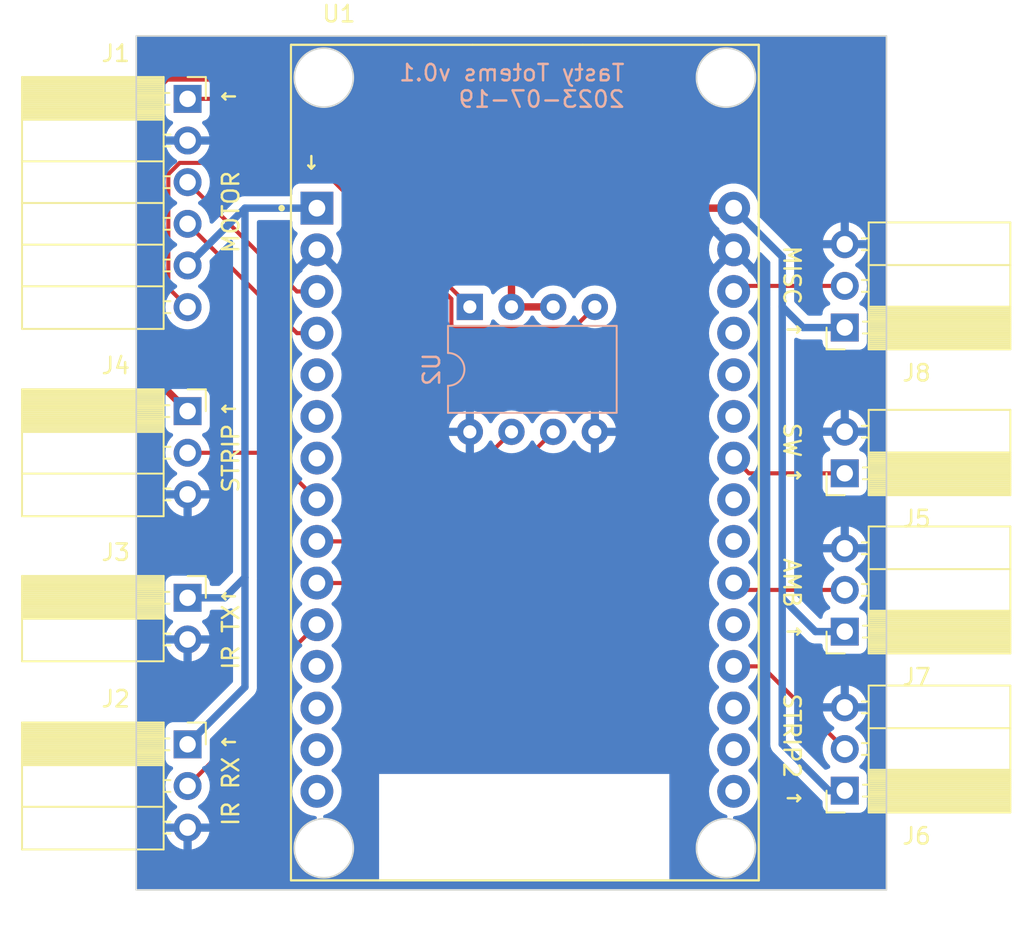
<source format=kicad_pcb>
(kicad_pcb (version 20221018) (generator pcbnew)
  (title_block (title "Tasty Totem PCB") (date "2023-07-08") (rev "0.1"))
  (layers (0 "F.Cu" signal) (31 "B.Cu" signal) (34 "B.Paste" user) (35 "F.Paste" user) (36 "B.SilkS" user "B.Silkscreen") (37 "F.SilkS" user "F.Silkscreen") (38 "B.Mask" user) (39 "F.Mask" user) (44 "Edge.Cuts" user))
  (net 0 "")
  (net 15 "+3.3V")
  (net 16 "GND")
  (net 17 "/LED Strobe")
  (net 18 "/MOTOR PWM 2")
  (net 19 "/MOTOR PWM 1")
  (net 20 "/IR Signal")
  (net 21 "/A PHASE OF C2 ENCODER")
  (net 22 "/B PHASE OF C1 ENCODER")
  (net 23 "+5V")
  (net 24 "/MOTOR POWER INPUT M1 ")
  (net 25 "/MOTOR POWER INPUT M2")
  (net 28 "/ACTIVATION SWITCH")
  (net 29 "/AUX Strip")
  (net 30 "/LIGHT SENSOR")
  (net 31 "/SIGA")
  (footprint "Connector_PinSocket_2.54mm:PinSocket_1x02_P2.54mm_Horizontal" (layer "F.Cu") (at 144.1 92.68)
    (fp_text reference "J3" (at -4.38 -2.77) (layer "F.SilkS"))
    (fp_text value "IR Send Header")
    (fp_line (start -10.09 -1.33) (end -10.09 3.87) (stroke (width 0.12)) (layer "F.SilkS"))
    (fp_line (start -10.09 -1.33) (end -1.46 -1.33) (stroke (width 0.12)) (layer "F.SilkS"))
    (fp_line (start -10.09 -1.21) (end -1.46 -1.21) (stroke (width 0.12)) (layer "F.SilkS"))
    (fp_line (start -10.09 -1.091905) (end -1.46 -1.091905) (stroke (width 0.12)) (layer "F.SilkS"))
    (fp_line (start -10.09 -0.97381) (end -1.46 -0.97381) (stroke (width 0.12)) (layer "F.SilkS"))
    (fp_line (start -10.09 -0.855715) (end -1.46 -0.855715) (stroke (width 0.12)) (layer "F.SilkS"))
    (fp_line (start -10.09 -0.73762) (end -1.46 -0.73762) (stroke (width 0.12)) (layer "F.SilkS"))
    (fp_line (start -10.09 -0.619525) (end -1.46 -0.619525) (stroke (width 0.12)) (layer "F.SilkS"))
    (fp_line (start -10.09 -0.50143) (end -1.46 -0.50143) (stroke (width 0.12)) (layer "F.SilkS"))
    (fp_line (start -10.09 -0.383335) (end -1.46 -0.383335) (stroke (width 0.12)) (layer "F.SilkS"))
    (fp_line (start -10.09 -0.26524) (end -1.46 -0.26524) (stroke (width 0.12)) (layer "F.SilkS"))
    (fp_line (start -10.09 -0.147145) (end -1.46 -0.147145) (stroke (width 0.12)) (layer "F.SilkS"))
    (fp_line (start -10.09 -0.02905) (end -1.46 -0.02905) (stroke (width 0.12)) (layer "F.SilkS"))
    (fp_line (start -10.09 0.089045) (end -1.46 0.089045) (stroke (width 0.12)) (layer "F.SilkS"))
    (fp_line (start -10.09 0.20714) (end -1.46 0.20714) (stroke (width 0.12)) (layer "F.SilkS"))
    (fp_line (start -10.09 0.325235) (end -1.46 0.325235) (stroke (width 0.12)) (layer "F.SilkS"))
    (fp_line (start -10.09 0.44333) (end -1.46 0.44333) (stroke (width 0.12)) (layer "F.SilkS"))
    (fp_line (start -10.09 0.561425) (end -1.46 0.561425) (stroke (width 0.12)) (layer "F.SilkS"))
    (fp_line (start -10.09 0.67952) (end -1.46 0.67952) (stroke (width 0.12)) (layer "F.SilkS"))
    (fp_line (start -10.09 0.797615) (end -1.46 0.797615) (stroke (width 0.12)) (layer "F.SilkS"))
    (fp_line (start -10.09 0.91571) (end -1.46 0.91571) (stroke (width 0.12)) (layer "F.SilkS"))
    (fp_line (start -10.09 1.033805) (end -1.46 1.033805) (stroke (width 0.12)) (layer "F.SilkS"))
    (fp_line (start -10.09 1.1519) (end -1.46 1.1519) (stroke (width 0.12)) (layer "F.SilkS"))
    (fp_line (start -10.09 1.27) (end -1.46 1.27) (stroke (width 0.12)) (layer "F.SilkS"))
    (fp_line (start -10.09 3.87) (end -1.46 3.87) (stroke (width 0.12)) (layer "F.SilkS"))
    (fp_line (start -1.46 -1.33) (end -1.46 3.87) (stroke (width 0.12)) (layer "F.SilkS"))
    (fp_line (start -1.46 -0.36) (end -1.11 -0.36) (stroke (width 0.12)) (layer "F.SilkS"))
    (fp_line (start -1.46 0.36) (end -1.11 0.36) (stroke (width 0.12)) (layer "F.SilkS"))
    (fp_line (start -1.46 2.18) (end -1.05 2.18) (stroke (width 0.12)) (layer "F.SilkS"))
    (fp_line (start -1.46 2.9) (end -1.05 2.9) (stroke (width 0.12)) (layer "F.SilkS"))
    (fp_line (start 0 -1.33) (end 1.11 -1.33) (stroke (width 0.12)) (layer "F.SilkS"))
    (fp_line (start 1.11 -1.33) (end 1.11 0) (stroke (width 0.12)) (layer "F.SilkS"))
    (pad "1" thru_hole rect (at 0 0) (size 1.7 1.7) (drill 1) (layers "*.Cu" "*.Mask") (net 15 "+3.3V"))
    (pad "2" thru_hole oval (at 0 2.54) (size 1.7 1.7) (drill 1) (layers "*.Cu" "*.Mask") (net 16 "GND"))
  )
  (footprint "Connector_PinSocket_2.54mm:PinSocket_1x03_P2.54mm_Horizontal" (layer "F.Cu") (at 184.15 104.44 180)
    (fp_text reference "J6" (at -4.38 -2.77) (layer "F.SilkS"))
    (fp_text value "AUX LED Strip")
    (fp_line (start -10.09 -1.33) (end -10.09 6.41) (stroke (width 0.12)) (layer "F.SilkS"))
    (fp_line (start -10.09 -1.33) (end -1.46 -1.33) (stroke (width 0.12)) (layer "F.SilkS"))
    (fp_line (start -10.09 -1.21) (end -1.46 -1.21) (stroke (width 0.12)) (layer "F.SilkS"))
    (fp_line (start -10.09 -1.091905) (end -1.46 -1.091905) (stroke (width 0.12)) (layer "F.SilkS"))
    (fp_line (start -10.09 -0.97381) (end -1.46 -0.97381) (stroke (width 0.12)) (layer "F.SilkS"))
    (fp_line (start -10.09 -0.855715) (end -1.46 -0.855715) (stroke (width 0.12)) (layer "F.SilkS"))
    (fp_line (start -10.09 -0.73762) (end -1.46 -0.73762) (stroke (width 0.12)) (layer "F.SilkS"))
    (fp_line (start -10.09 -0.619525) (end -1.46 -0.619525) (stroke (width 0.12)) (layer "F.SilkS"))
    (fp_line (start -10.09 -0.50143) (end -1.46 -0.50143) (stroke (width 0.12)) (layer "F.SilkS"))
    (fp_line (start -10.09 -0.383335) (end -1.46 -0.383335) (stroke (width 0.12)) (layer "F.SilkS"))
    (fp_line (start -10.09 -0.26524) (end -1.46 -0.26524) (stroke (width 0.12)) (layer "F.SilkS"))
    (fp_line (start -10.09 -0.147145) (end -1.46 -0.147145) (stroke (width 0.12)) (layer "F.SilkS"))
    (fp_line (start -10.09 -0.02905) (end -1.46 -0.02905) (stroke (width 0.12)) (layer "F.SilkS"))
    (fp_line (start -10.09 0.089045) (end -1.46 0.089045) (stroke (width 0.12)) (layer "F.SilkS"))
    (fp_line (start -10.09 0.20714) (end -1.46 0.20714) (stroke (width 0.12)) (layer "F.SilkS"))
    (fp_line (start -10.09 0.325235) (end -1.46 0.325235) (stroke (width 0.12)) (layer "F.SilkS"))
    (fp_line (start -10.09 0.44333) (end -1.46 0.44333) (stroke (width 0.12)) (layer "F.SilkS"))
    (fp_line (start -10.09 0.561425) (end -1.46 0.561425) (stroke (width 0.12)) (layer "F.SilkS"))
    (fp_line (start -10.09 0.67952) (end -1.46 0.67952) (stroke (width 0.12)) (layer "F.SilkS"))
    (fp_line (start -10.09 0.797615) (end -1.46 0.797615) (stroke (width 0.12)) (layer "F.SilkS"))
    (fp_line (start -10.09 0.91571) (end -1.46 0.91571) (stroke (width 0.12)) (layer "F.SilkS"))
    (fp_line (start -10.09 1.033805) (end -1.46 1.033805) (stroke (width 0.12)) (layer "F.SilkS"))
    (fp_line (start -10.09 1.1519) (end -1.46 1.1519) (stroke (width 0.12)) (layer "F.SilkS"))
    (fp_line (start -10.09 1.27) (end -1.46 1.27) (stroke (width 0.12)) (layer "F.SilkS"))
    (fp_line (start -10.09 3.81) (end -1.46 3.81) (stroke (width 0.12)) (layer "F.SilkS"))
    (fp_line (start -10.09 6.41) (end -1.46 6.41) (stroke (width 0.12)) (layer "F.SilkS"))
    (fp_line (start -1.46 -1.33) (end -1.46 6.41) (stroke (width 0.12)) (layer "F.SilkS"))
    (fp_line (start -1.46 -0.36) (end -1.11 -0.36) (stroke (width 0.12)) (layer "F.SilkS"))
    (fp_line (start -1.46 0.36) (end -1.11 0.36) (stroke (width 0.12)) (layer "F.SilkS"))
    (fp_line (start -1.46 2.18) (end -1.05 2.18) (stroke (width 0.12)) (layer "F.SilkS"))
    (fp_line (start -1.46 2.9) (end -1.05 2.9) (stroke (width 0.12)) (layer "F.SilkS"))
    (fp_line (start -1.46 4.72) (end -1.05 4.72) (stroke (width 0.12)) (layer "F.SilkS"))
    (fp_line (start -1.46 5.44) (end -1.05 5.44) (stroke (width 0.12)) (layer "F.SilkS"))
    (fp_line (start 0 -1.33) (end 1.11 -1.33) (stroke (width 0.12)) (layer "F.SilkS"))
    (fp_line (start 1.11 -1.33) (end 1.11 0) (stroke (width 0.12)) (layer "F.SilkS"))
    (pad "1" thru_hole rect (at 0 0 180) (size 1.7 1.7) (drill 1) (layers "*.Cu" "*.Mask") (net 23 "+5V"))
    (pad "2" thru_hole oval (at 0 2.54 180) (size 1.7 1.7) (drill 1) (layers "*.Cu" "*.Mask") (net 29 "/AUX Strip"))
    (pad "3" thru_hole oval (at 0 5.08 180) (size 1.7 1.7) (drill 1) (layers "*.Cu" "*.Mask") (net 16 "GND"))
  )
  (footprint "Connector_PinSocket_2.54mm:PinSocket_1x03_P2.54mm_Horizontal" (layer "F.Cu") (at 184.15 94.74 180)
    (fp_text reference "J7" (at -4.38 -2.77) (layer "F.SilkS"))
    (fp_text value "Light Sensor")
    (fp_line (start -10.09 -1.33) (end -10.09 6.41) (stroke (width 0.12)) (layer "F.SilkS"))
    (fp_line (start -10.09 -1.33) (end -1.46 -1.33) (stroke (width 0.12)) (layer "F.SilkS"))
    (fp_line (start -10.09 -1.21) (end -1.46 -1.21) (stroke (width 0.12)) (layer "F.SilkS"))
    (fp_line (start -10.09 -1.091905) (end -1.46 -1.091905) (stroke (width 0.12)) (layer "F.SilkS"))
    (fp_line (start -10.09 -0.97381) (end -1.46 -0.97381) (stroke (width 0.12)) (layer "F.SilkS"))
    (fp_line (start -10.09 -0.855715) (end -1.46 -0.855715) (stroke (width 0.12)) (layer "F.SilkS"))
    (fp_line (start -10.09 -0.73762) (end -1.46 -0.73762) (stroke (width 0.12)) (layer "F.SilkS"))
    (fp_line (start -10.09 -0.619525) (end -1.46 -0.619525) (stroke (width 0.12)) (layer "F.SilkS"))
    (fp_line (start -10.09 -0.50143) (end -1.46 -0.50143) (stroke (width 0.12)) (layer "F.SilkS"))
    (fp_line (start -10.09 -0.383335) (end -1.46 -0.383335) (stroke (width 0.12)) (layer "F.SilkS"))
    (fp_line (start -10.09 -0.26524) (end -1.46 -0.26524) (stroke (width 0.12)) (layer "F.SilkS"))
    (fp_line (start -10.09 -0.147145) (end -1.46 -0.147145) (stroke (width 0.12)) (layer "F.SilkS"))
    (fp_line (start -10.09 -0.02905) (end -1.46 -0.02905) (stroke (width 0.12)) (layer "F.SilkS"))
    (fp_line (start -10.09 0.089045) (end -1.46 0.089045) (stroke (width 0.12)) (layer "F.SilkS"))
    (fp_line (start -10.09 0.20714) (end -1.46 0.20714) (stroke (width 0.12)) (layer "F.SilkS"))
    (fp_line (start -10.09 0.325235) (end -1.46 0.325235) (stroke (width 0.12)) (layer "F.SilkS"))
    (fp_line (start -10.09 0.44333) (end -1.46 0.44333) (stroke (width 0.12)) (layer "F.SilkS"))
    (fp_line (start -10.09 0.561425) (end -1.46 0.561425) (stroke (width 0.12)) (layer "F.SilkS"))
    (fp_line (start -10.09 0.67952) (end -1.46 0.67952) (stroke (width 0.12)) (layer "F.SilkS"))
    (fp_line (start -10.09 0.797615) (end -1.46 0.797615) (stroke (width 0.12)) (layer "F.SilkS"))
    (fp_line (start -10.09 0.91571) (end -1.46 0.91571) (stroke (width 0.12)) (layer "F.SilkS"))
    (fp_line (start -10.09 1.033805) (end -1.46 1.033805) (stroke (width 0.12)) (layer "F.SilkS"))
    (fp_line (start -10.09 1.1519) (end -1.46 1.1519) (stroke (width 0.12)) (layer "F.SilkS"))
    (fp_line (start -10.09 1.27) (end -1.46 1.27) (stroke (width 0.12)) (layer "F.SilkS"))
    (fp_line (start -10.09 3.81) (end -1.46 3.81) (stroke (width 0.12)) (layer "F.SilkS"))
    (fp_line (start -10.09 6.41) (end -1.46 6.41) (stroke (width 0.12)) (layer "F.SilkS"))
    (fp_line (start -1.46 -1.33) (end -1.46 6.41) (stroke (width 0.12)) (layer "F.SilkS"))
    (fp_line (start -1.46 -0.36) (end -1.11 -0.36) (stroke (width 0.12)) (layer "F.SilkS"))
    (fp_line (start -1.46 0.36) (end -1.11 0.36) (stroke (width 0.12)) (layer "F.SilkS"))
    (fp_line (start -1.46 2.18) (end -1.05 2.18) (stroke (width 0.12)) (layer "F.SilkS"))
    (fp_line (start -1.46 2.9) (end -1.05 2.9) (stroke (width 0.12)) (layer "F.SilkS"))
    (fp_line (start -1.46 4.72) (end -1.05 4.72) (stroke (width 0.12)) (layer "F.SilkS"))
    (fp_line (start -1.46 5.44) (end -1.05 5.44) (stroke (width 0.12)) (layer "F.SilkS"))
    (fp_line (start 0 -1.33) (end 1.11 -1.33) (stroke (width 0.12)) (layer "F.SilkS"))
    (fp_line (start 1.11 -1.33) (end 1.11 0) (stroke (width 0.12)) (layer "F.SilkS"))
    (pad "1" thru_hole rect (at 0 0 180) (size 1.7 1.7) (drill 1) (layers "*.Cu" "*.Mask") (net 23 "+5V"))
    (pad "2" thru_hole oval (at 0 2.54 180) (size 1.7 1.7) (drill 1) (layers "*.Cu" "*.Mask") (net 30 "/LIGHT SENSOR"))
    (pad "3" thru_hole oval (at 0 5.08 180) (size 1.7 1.7) (drill 1) (layers "*.Cu" "*.Mask") (net 16 "GND"))
  )
  (footprint "ESP32-DEVKIT-V1:MODULE_ESP32_DEVKIT_V1" (layer "F.Cu") (at 164.68 84.435)
    (fp_text reference "U1" (at -11.355 -27.36) (layer "F.SilkS"))
    (fp_text value "ESP32-DEVKIT-V1")
    (fp_line (start -14.28 -25.475) (end -3.211 -25.475) (stroke (width 0.127)) (layer "F.SilkS"))
    (fp_line (start -14.28 -25.475) (end 14.23 -25.475) (stroke (width 0.127)) (layer "F.SilkS"))
    (fp_line (start -14.28 25.475) (end -14.28 -25.475) (stroke (width 0.127)) (layer "F.SilkS"))
    (fp_line (start -14.28 25.475) (end -14.28 -25.475) (stroke (width 0.127)) (layer "F.SilkS"))
    (fp_line (start -14.28 25.475) (end -8.91 25.475) (stroke (width 0.127)) (layer "F.SilkS"))
    (fp_line (start -8.91 25.475) (end 8.78 25.475) (stroke (width 0.127)) (layer "F.SilkS"))
    (fp_line (start -3.211 -25.475) (end 3.5 -25.475) (stroke (width 0.127)) (layer "F.SilkS"))
    (fp_line (start 3.5 -25.475) (end 14.23 -25.475) (stroke (width 0.127)) (layer "F.SilkS"))
    (fp_line (start 8.78 25.475) (end 14.23 25.475) (stroke (width 0.127)) (layer "F.SilkS"))
    (fp_line (start 14.23 -25.475) (end 14.23 25.475) (stroke (width 0.127)) (layer "F.SilkS"))
    (fp_line (start 14.23 -25.475) (end 14.23 25.475) (stroke (width 0.127)) (layer "F.SilkS"))
    (fp_line (start 14.23 25.475) (end -14.28 25.475) (stroke (width 0.127)) (layer "F.SilkS"))
    (fp_circle (center -14.85 -15.515) (end -14.75 -15.515) (stroke (width 0.2)) (fill none) (layer "F.SilkS"))
    (pad "" np_thru_hole circle (at -12.28 -23.475) (size 3 3) (drill 3) (layers "*.Cu" "*.Mask"))
    (pad "" np_thru_hole circle (at -12.28 23.475) (size 3 3) (drill 3) (layers "*.Cu" "*.Mask"))
    (pad "" np_thru_hole circle (at 12.23 -23.475) (size 3 3) (drill 3) (layers "*.Cu" "*.Mask"))
    (pad "" np_thru_hole circle (at 12.23 23.475) (size 3 3) (drill 3) (layers "*.Cu" "*.Mask"))
    (pad "1" thru_hole rect (at -12.7 -15.515) (size 2 2) (drill 1.02) (layers "*.Cu" "*.Mask") (net 15 "+3.3V"))
    (pad "2" thru_hole circle (at -12.7 -12.975) (size 2 2) (drill 1.02) (layers "*.Cu" "*.Mask") (net 16 "GND"))
    (pad "3" thru_hole circle (at -12.7 -10.435) (size 2 2) (drill 1.02) (layers "*.Cu" "*.Mask") (net 22 "/B PHASE OF C1 ENCODER"))
    (pad "4" thru_hole circle (at -12.7 -7.895) (size 2 2) (drill 1.02) (layers "*.Cu" "*.Mask") (net 21 "/A PHASE OF C2 ENCODER"))
    (pad "5" thru_hole circle (at -12.7 -5.355) (size 2 2) (drill 1.02) (layers "*.Cu" "*.Mask"))
    (pad "6" thru_hole circle (at -12.7 -2.815) (size 2 2) (drill 1.02) (layers "*.Cu" "*.Mask"))
    (pad "7" thru_hole circle (at -12.7 -0.275) (size 2 2) (drill 1.02) (layers "*.Cu" "*.Mask"))
    (pad "8" thru_hole circle (at -12.7 2.265) (size 2 2) (drill 1.02) (layers "*.Cu" "*.Mask") (net 17 "/LED Strobe"))
    (pad "9" thru_hole circle (at -12.7 4.805) (size 2 2) (drill 1.02) (layers "*.Cu" "*.Mask") (net 18 "/MOTOR PWM 2"))
    (pad "10" thru_hole circle (at -12.7 7.345) (size 2 2) (drill 1.02) (layers "*.Cu" "*.Mask") (net 19 "/MOTOR PWM 1"))
    (pad "11" thru_hole circle (at -12.7 9.885) (size 2 2) (drill 1.02) (layers "*.Cu" "*.Mask") (net 20 "/IR Signal"))
    (pad "12" thru_hole circle (at -12.7 12.425) (size 2 2) (drill 1.02) (layers "*.Cu" "*.Mask"))
    (pad "13" thru_hole circle (at -12.7 14.965) (size 2 2) (drill 1.02) (layers "*.Cu" "*.Mask"))
    (pad "14" thru_hole circle (at -12.7 17.505) (size 2 2) (drill 1.02) (layers "*.Cu" "*.Mask"))
    (pad "15" thru_hole circle (at -12.7 20.045) (size 2 2) (drill 1.02) (layers "*.Cu" "*.Mask"))
    (pad "16" thru_hole circle (at 12.7 20.045) (size 2 2) (drill 1.02) (layers "*.Cu" "*.Mask"))
    (pad "17" thru_hole circle (at 12.7 17.505) (size 2 2) (drill 1.02) (layers "*.Cu" "*.Mask"))
    (pad "18" thru_hole circle (at 12.7 14.965) (size 2 2) (drill 1.02) (layers "*.Cu" "*.Mask"))
    (pad "19" thru_hole circle (at 12.7 12.425) (size 2 2) (drill 1.02) (layers "*.Cu" "*.Mask") (net 29 "/AUX Strip"))
    (pad "20" thru_hole circle (at 12.7 9.885) (size 2 2) (drill 1.02) (layers "*.Cu" "*.Mask"))
    (pad "21" thru_hole circle (at 12.7 7.345) (size 2 2) (drill 1.02) (layers "*.Cu" "*.Mask") (net 30 "/LIGHT SENSOR"))
    (pad "22" thru_hole circle (at 12.7 4.805) (size 2 2) (drill 1.02) (layers "*.Cu" "*.Mask"))
    (pad "23" thru_hole circle (at 12.7 2.265) (size 2 2) (drill 1.02) (layers "*.Cu" "*.Mask"))
    (pad "24" thru_hole circle (at 12.7 -0.275) (size 2 2) (drill 1.02) (layers "*.Cu" "*.Mask") (net 28 "/ACTIVATION SWITCH"))
    (pad "25" thru_hole circle (at 12.7 -2.815) (size 2 2) (drill 1.02) (layers "*.Cu" "*.Mask"))
    (pad "26" thru_hole circle (at 12.7 -5.355) (size 2 2) (drill 1.02) (layers "*.Cu" "*.Mask"))
    (pad "27" thru_hole circle (at 12.7 -7.895) (size 2 2) (drill 1.02) (layers "*.Cu" "*.Mask"))
    (pad "28" thru_hole circle (at 12.7 -10.435) (size 2 2) (drill 1.02) (layers "*.Cu" "*.Mask") (net 31 "/SIGA"))
    (pad "29" thru_hole circle (at 12.7 -12.975) (size 2 2) (drill 1.02) (layers "*.Cu" "*.Mask") (net 16 "GND"))
    (pad "30" thru_hole circle (at 12.7 -15.515) (size 2 2) (drill 1.02) (layers "*.Cu" "*.Mask") (net 23 "+5V"))
    (zone (net 0) (net_name "") (layer "B.Cu") (connect_pads (clearance 0)) (min_thickness 0.01)
      (keepout (tracks not_allowed) (vias not_allowed) (pads not_allowed) (copperpour not_allowed) (footprints allowed))
      (fill (thermal_gap 0.508) (thermal_bridge_width 0.508))
      (polygon (pts (xy 155.77 103.42) (xy 173.46 103.42) (xy 173.46 109.91) (xy 155.77 109.91)))
    )
  )
  (footprint "Connector_PinSocket_2.54mm:PinSocket_1x03_P2.54mm_Horizontal" (layer "F.Cu") (at 144.1 101.615)
    (fp_text reference "J2" (at -4.38 -2.77) (layer "F.SilkS"))
    (fp_text value "IR Receive Header")
    (fp_line (start -10.09 -1.33) (end -10.09 6.41) (stroke (width 0.12)) (layer "F.SilkS"))
    (fp_line (start -10.09 -1.33) (end -1.46 -1.33) (stroke (width 0.12)) (layer "F.SilkS"))
    (fp_line (start -10.09 -1.21) (end -1.46 -1.21) (stroke (width 0.12)) (layer "F.SilkS"))
    (fp_line (start -10.09 -1.091905) (end -1.46 -1.091905) (stroke (width 0.12)) (layer "F.SilkS"))
    (fp_line (start -10.09 -0.97381) (end -1.46 -0.97381) (stroke (width 0.12)) (layer "F.SilkS"))
    (fp_line (start -10.09 -0.855715) (end -1.46 -0.855715) (stroke (width 0.12)) (layer "F.SilkS"))
    (fp_line (start -10.09 -0.73762) (end -1.46 -0.73762) (stroke (width 0.12)) (layer "F.SilkS"))
    (fp_line (start -10.09 -0.619525) (end -1.46 -0.619525) (stroke (width 0.12)) (layer "F.SilkS"))
    (fp_line (start -10.09 -0.50143) (end -1.46 -0.50143) (stroke (width 0.12)) (layer "F.SilkS"))
    (fp_line (start -10.09 -0.383335) (end -1.46 -0.383335) (stroke (width 0.12)) (layer "F.SilkS"))
    (fp_line (start -10.09 -0.26524) (end -1.46 -0.26524) (stroke (width 0.12)) (layer "F.SilkS"))
    (fp_line (start -10.09 -0.147145) (end -1.46 -0.147145) (stroke (width 0.12)) (layer "F.SilkS"))
    (fp_line (start -10.09 -0.02905) (end -1.46 -0.02905) (stroke (width 0.12)) (layer "F.SilkS"))
    (fp_line (start -10.09 0.089045) (end -1.46 0.089045) (stroke (width 0.12)) (layer "F.SilkS"))
    (fp_line (start -10.09 0.20714) (end -1.46 0.20714) (stroke (width 0.12)) (layer "F.SilkS"))
    (fp_line (start -10.09 0.325235) (end -1.46 0.325235) (stroke (width 0.12)) (layer "F.SilkS"))
    (fp_line (start -10.09 0.44333) (end -1.46 0.44333) (stroke (width 0.12)) (layer "F.SilkS"))
    (fp_line (start -10.09 0.561425) (end -1.46 0.561425) (stroke (width 0.12)) (layer "F.SilkS"))
    (fp_line (start -10.09 0.67952) (end -1.46 0.67952) (stroke (width 0.12)) (layer "F.SilkS"))
    (fp_line (start -10.09 0.797615) (end -1.46 0.797615) (stroke (width 0.12)) (layer "F.SilkS"))
    (fp_line (start -10.09 0.91571) (end -1.46 0.91571) (stroke (width 0.12)) (layer "F.SilkS"))
    (fp_line (start -10.09 1.033805) (end -1.46 1.033805) (stroke (width 0.12)) (layer "F.SilkS"))
    (fp_line (start -10.09 1.1519) (end -1.46 1.1519) (stroke (width 0.12)) (layer "F.SilkS"))
    (fp_line (start -10.09 1.27) (end -1.46 1.27) (stroke (width 0.12)) (layer "F.SilkS"))
    (fp_line (start -10.09 3.81) (end -1.46 3.81) (stroke (width 0.12)) (layer "F.SilkS"))
    (fp_line (start -10.09 6.41) (end -1.46 6.41) (stroke (width 0.12)) (layer "F.SilkS"))
    (fp_line (start -1.46 -1.33) (end -1.46 6.41) (stroke (width 0.12)) (layer "F.SilkS"))
    (fp_line (start -1.46 -0.36) (end -1.11 -0.36) (stroke (width 0.12)) (layer "F.SilkS"))
    (fp_line (start -1.46 0.36) (end -1.11 0.36) (stroke (width 0.12)) (layer "F.SilkS"))
    (fp_line (start -1.46 2.18) (end -1.05 2.18) (stroke (width 0.12)) (layer "F.SilkS"))
    (fp_line (start -1.46 2.9) (end -1.05 2.9) (stroke (width 0.12)) (layer "F.SilkS"))
    (fp_line (start -1.46 4.72) (end -1.05 4.72) (stroke (width 0.12)) (layer "F.SilkS"))
    (fp_line (start -1.46 5.44) (end -1.05 5.44) (stroke (width 0.12)) (layer "F.SilkS"))
    (fp_line (start 0 -1.33) (end 1.11 -1.33) (stroke (width 0.12)) (layer "F.SilkS"))
    (fp_line (start 1.11 -1.33) (end 1.11 0) (stroke (width 0.12)) (layer "F.SilkS"))
    (pad "1" thru_hole rect (at 0 0) (size 1.7 1.7) (drill 1) (layers "*.Cu" "*.Mask") (net 15 "+3.3V"))
    (pad "2" thru_hole oval (at 0 2.54) (size 1.7 1.7) (drill 1) (layers "*.Cu" "*.Mask") (net 20 "/IR Signal"))
    (pad "3" thru_hole oval (at 0 5.08) (size 1.7 1.7) (drill 1) (layers "*.Cu" "*.Mask") (net 16 "GND"))
  )
  (footprint "Connector_PinSocket_2.54mm:PinSocket_1x03_P2.54mm_Horizontal" (layer "F.Cu") (at 184.15 76.2 180)
    (fp_text reference "J8" (at -4.38 -2.77) (layer "F.SilkS"))
    (fp_text value "Multi-use A")
    (fp_line (start -10.09 -1.33) (end -10.09 6.41) (stroke (width 0.12)) (layer "F.SilkS"))
    (fp_line (start -10.09 -1.33) (end -1.46 -1.33) (stroke (width 0.12)) (layer "F.SilkS"))
    (fp_line (start -10.09 -1.21) (end -1.46 -1.21) (stroke (width 0.12)) (layer "F.SilkS"))
    (fp_line (start -10.09 -1.091905) (end -1.46 -1.091905) (stroke (width 0.12)) (layer "F.SilkS"))
    (fp_line (start -10.09 -0.97381) (end -1.46 -0.97381) (stroke (width 0.12)) (layer "F.SilkS"))
    (fp_line (start -10.09 -0.855715) (end -1.46 -0.855715) (stroke (width 0.12)) (layer "F.SilkS"))
    (fp_line (start -10.09 -0.73762) (end -1.46 -0.73762) (stroke (width 0.12)) (layer "F.SilkS"))
    (fp_line (start -10.09 -0.619525) (end -1.46 -0.619525) (stroke (width 0.12)) (layer "F.SilkS"))
    (fp_line (start -10.09 -0.50143) (end -1.46 -0.50143) (stroke (width 0.12)) (layer "F.SilkS"))
    (fp_line (start -10.09 -0.383335) (end -1.46 -0.383335) (stroke (width 0.12)) (layer "F.SilkS"))
    (fp_line (start -10.09 -0.26524) (end -1.46 -0.26524) (stroke (width 0.12)) (layer "F.SilkS"))
    (fp_line (start -10.09 -0.147145) (end -1.46 -0.147145) (stroke (width 0.12)) (layer "F.SilkS"))
    (fp_line (start -10.09 -0.02905) (end -1.46 -0.02905) (stroke (width 0.12)) (layer "F.SilkS"))
    (fp_line (start -10.09 0.089045) (end -1.46 0.089045) (stroke (width 0.12)) (layer "F.SilkS"))
    (fp_line (start -10.09 0.20714) (end -1.46 0.20714) (stroke (width 0.12)) (layer "F.SilkS"))
    (fp_line (start -10.09 0.325235) (end -1.46 0.325235) (stroke (width 0.12)) (layer "F.SilkS"))
    (fp_line (start -10.09 0.44333) (end -1.46 0.44333) (stroke (width 0.12)) (layer "F.SilkS"))
    (fp_line (start -10.09 0.561425) (end -1.46 0.561425) (stroke (width 0.12)) (layer "F.SilkS"))
    (fp_line (start -10.09 0.67952) (end -1.46 0.67952) (stroke (width 0.12)) (layer "F.SilkS"))
    (fp_line (start -10.09 0.797615) (end -1.46 0.797615) (stroke (width 0.12)) (layer "F.SilkS"))
    (fp_line (start -10.09 0.91571) (end -1.46 0.91571) (stroke (width 0.12)) (layer "F.SilkS"))
    (fp_line (start -10.09 1.033805) (end -1.46 1.033805) (stroke (width 0.12)) (layer "F.SilkS"))
    (fp_line (start -10.09 1.1519) (end -1.46 1.1519) (stroke (width 0.12)) (layer "F.SilkS"))
    (fp_line (start -10.09 1.27) (end -1.46 1.27) (stroke (width 0.12)) (layer "F.SilkS"))
    (fp_line (start -10.09 3.81) (end -1.46 3.81) (stroke (width 0.12)) (layer "F.SilkS"))
    (fp_line (start -10.09 6.41) (end -1.46 6.41) (stroke (width 0.12)) (layer "F.SilkS"))
    (fp_line (start -1.46 -1.33) (end -1.46 6.41) (stroke (width 0.12)) (layer "F.SilkS"))
    (fp_line (start -1.46 -0.36) (end -1.11 -0.36) (stroke (width 0.12)) (layer "F.SilkS"))
    (fp_line (start -1.46 0.36) (end -1.11 0.36) (stroke (width 0.12)) (layer "F.SilkS"))
    (fp_line (start -1.46 2.18) (end -1.05 2.18) (stroke (width 0.12)) (layer "F.SilkS"))
    (fp_line (start -1.46 2.9) (end -1.05 2.9) (stroke (width 0.12)) (layer "F.SilkS"))
    (fp_line (start -1.46 4.72) (end -1.05 4.72) (stroke (width 0.12)) (layer "F.SilkS"))
    (fp_line (start -1.46 5.44) (end -1.05 5.44) (stroke (width 0.12)) (layer "F.SilkS"))
    (fp_line (start 0 -1.33) (end 1.11 -1.33) (stroke (width 0.12)) (layer "F.SilkS"))
    (fp_line (start 1.11 -1.33) (end 1.11 0) (stroke (width 0.12)) (layer "F.SilkS"))
    (pad "1" thru_hole rect (at 0 0 180) (size 1.7 1.7) (drill 1) (layers "*.Cu" "*.Mask") (net 23 "+5V"))
    (pad "2" thru_hole oval (at 0 2.54 180) (size 1.7 1.7) (drill 1) (layers "*.Cu" "*.Mask") (net 31 "/SIGA"))
    (pad "3" thru_hole oval (at 0 5.08 180) (size 1.7 1.7) (drill 1) (layers "*.Cu" "*.Mask") (net 16 "GND"))
  )
  (footprint "Connector_PinSocket_2.54mm:PinSocket_1x06_P2.54mm_Horizontal" (layer "F.Cu") (at 144.1 62.255)
    (fp_text reference "J1" (at -4.38 -2.77) (layer "F.SilkS"))
    (fp_text value "Motor Header")
    (fp_line (start -10.09 -1.33) (end -10.09 14.03) (stroke (width 0.12)) (layer "F.SilkS"))
    (fp_line (start -10.09 -1.33) (end -1.46 -1.33) (stroke (width 0.12)) (layer "F.SilkS"))
    (fp_line (start -10.09 -1.21) (end -1.46 -1.21) (stroke (width 0.12)) (layer "F.SilkS"))
    (fp_line (start -10.09 -1.091905) (end -1.46 -1.091905) (stroke (width 0.12)) (layer "F.SilkS"))
    (fp_line (start -10.09 -0.97381) (end -1.46 -0.97381) (stroke (width 0.12)) (layer "F.SilkS"))
    (fp_line (start -10.09 -0.855715) (end -1.46 -0.855715) (stroke (width 0.12)) (layer "F.SilkS"))
    (fp_line (start -10.09 -0.73762) (end -1.46 -0.73762) (stroke (width 0.12)) (layer "F.SilkS"))
    (fp_line (start -10.09 -0.619525) (end -1.46 -0.619525) (stroke (width 0.12)) (layer "F.SilkS"))
    (fp_line (start -10.09 -0.50143) (end -1.46 -0.50143) (stroke (width 0.12)) (layer "F.SilkS"))
    (fp_line (start -10.09 -0.383335) (end -1.46 -0.383335) (stroke (width 0.12)) (layer "F.SilkS"))
    (fp_line (start -10.09 -0.26524) (end -1.46 -0.26524) (stroke (width 0.12)) (layer "F.SilkS"))
    (fp_line (start -10.09 -0.147145) (end -1.46 -0.147145) (stroke (width 0.12)) (layer "F.SilkS"))
    (fp_line (start -10.09 -0.02905) (end -1.46 -0.02905) (stroke (width 0.12)) (layer "F.SilkS"))
    (fp_line (start -10.09 0.089045) (end -1.46 0.089045) (stroke (width 0.12)) (layer "F.SilkS"))
    (fp_line (start -10.09 0.20714) (end -1.46 0.20714) (stroke (width 0.12)) (layer "F.SilkS"))
    (fp_line (start -10.09 0.325235) (end -1.46 0.325235) (stroke (width 0.12)) (layer "F.SilkS"))
    (fp_line (start -10.09 0.44333) (end -1.46 0.44333) (stroke (width 0.12)) (layer "F.SilkS"))
    (fp_line (start -10.09 0.561425) (end -1.46 0.561425) (stroke (width 0.12)) (layer "F.SilkS"))
    (fp_line (start -10.09 0.67952) (end -1.46 0.67952) (stroke (width 0.12)) (layer "F.SilkS"))
    (fp_line (start -10.09 0.797615) (end -1.46 0.797615) (stroke (width 0.12)) (layer "F.SilkS"))
    (fp_line (start -10.09 0.91571) (end -1.46 0.91571) (stroke (width 0.12)) (layer "F.SilkS"))
    (fp_line (start -10.09 1.033805) (end -1.46 1.033805) (stroke (width 0.12)) (layer "F.SilkS"))
    (fp_line (start -10.09 1.1519) (end -1.46 1.1519) (stroke (width 0.12)) (layer "F.SilkS"))
    (fp_line (start -10.09 1.27) (end -1.46 1.27) (stroke (width 0.12)) (layer "F.SilkS"))
    (fp_line (start -10.09 3.81) (end -1.46 3.81) (stroke (width 0.12)) (layer "F.SilkS"))
    (fp_line (start -10.09 6.35) (end -1.46 6.35) (stroke (width 0.12)) (layer "F.SilkS"))
    (fp_line (start -10.09 8.89) (end -1.46 8.89) (stroke (width 0.12)) (layer "F.SilkS"))
    (fp_line (start -10.09 11.43) (end -1.46 11.43) (stroke (width 0.12)) (layer "F.SilkS"))
    (fp_line (start -10.09 14.03) (end -1.46 14.03) (stroke (width 0.12)) (layer "F.SilkS"))
    (fp_line (start -1.46 -1.33) (end -1.46 14.03) (stroke (width 0.12)) (layer "F.SilkS"))
    (fp_line (start -1.46 -0.36) (end -1.11 -0.36) (stroke (width 0.12)) (layer "F.SilkS"))
    (fp_line (start -1.46 0.36) (end -1.11 0.36) (stroke (width 0.12)) (layer "F.SilkS"))
    (fp_line (start -1.46 2.18) (end -1.05 2.18) (stroke (width 0.12)) (layer "F.SilkS"))
    (fp_line (start -1.46 2.9) (end -1.05 2.9) (stroke (width 0.12)) (layer "F.SilkS"))
    (fp_line (start -1.46 4.72) (end -1.05 4.72) (stroke (width 0.12)) (layer "F.SilkS"))
    (fp_line (start -1.46 5.44) (end -1.05 5.44) (stroke (width 0.12)) (layer "F.SilkS"))
    (fp_line (start -1.46 7.26) (end -1.05 7.26) (stroke (width 0.12)) (layer "F.SilkS"))
    (fp_line (start -1.46 7.98) (end -1.05 7.98) (stroke (width 0.12)) (layer "F.SilkS"))
    (fp_line (start -1.46 9.8) (end -1.05 9.8) (stroke (width 0.12)) (layer "F.SilkS"))
    (fp_line (start -1.46 10.52) (end -1.05 10.52) (stroke (width 0.12)) (layer "F.SilkS"))
    (fp_line (start -1.46 12.34) (end -1.05 12.34) (stroke (width 0.12)) (layer "F.SilkS"))
    (fp_line (start -1.46 13.06) (end -1.05 13.06) (stroke (width 0.12)) (layer "F.SilkS"))
    (fp_line (start 0 -1.33) (end 1.11 -1.33) (stroke (width 0.12)) (layer "F.SilkS"))
    (fp_line (start 1.11 -1.33) (end 1.11 0) (stroke (width 0.12)) (layer "F.SilkS"))
    (pad "1" thru_hole rect (at 0 0) (size 1.7 1.7) (drill 1) (layers "*.Cu" "*.Mask") (net 24 "/MOTOR POWER INPUT M1 "))
    (pad "2" thru_hole oval (at 0 2.54) (size 1.7 1.7) (drill 1) (layers "*.Cu" "*.Mask") (net 16 "GND"))
    (pad "3" thru_hole oval (at 0 5.08) (size 1.7 1.7) (drill 1) (layers "*.Cu" "*.Mask") (net 22 "/B PHASE OF C1 ENCODER"))
    (pad "4" thru_hole oval (at 0 7.62) (size 1.7 1.7) (drill 1) (layers "*.Cu" "*.Mask") (net 21 "/A PHASE OF C2 ENCODER"))
    (pad "5" thru_hole oval (at 0 10.16) (size 1.7 1.7) (drill 1) (layers "*.Cu" "*.Mask") (net 15 "+3.3V"))
    (pad "6" thru_hole oval (at 0 12.7) (size 1.7 1.7) (drill 1) (layers "*.Cu" "*.Mask") (net 25 "/MOTOR POWER INPUT M2"))
  )
  (footprint "Connector_PinSocket_2.54mm:PinSocket_1x03_P2.54mm_Horizontal" (layer "F.Cu") (at 144.1 81.295)
    (fp_text reference "J4" (at -4.38 -2.77) (layer "F.SilkS"))
    (fp_text value "LED Strip Header")
    (fp_line (start -10.09 -1.33) (end -10.09 6.41) (stroke (width 0.12)) (layer "F.SilkS"))
    (fp_line (start -10.09 -1.33) (end -1.46 -1.33) (stroke (width 0.12)) (layer "F.SilkS"))
    (fp_line (start -10.09 -1.21) (end -1.46 -1.21) (stroke (width 0.12)) (layer "F.SilkS"))
    (fp_line (start -10.09 -1.091905) (end -1.46 -1.091905) (stroke (width 0.12)) (layer "F.SilkS"))
    (fp_line (start -10.09 -0.97381) (end -1.46 -0.97381) (stroke (width 0.12)) (layer "F.SilkS"))
    (fp_line (start -10.09 -0.855715) (end -1.46 -0.855715) (stroke (width 0.12)) (layer "F.SilkS"))
    (fp_line (start -10.09 -0.73762) (end -1.46 -0.73762) (stroke (width 0.12)) (layer "F.SilkS"))
    (fp_line (start -10.09 -0.619525) (end -1.46 -0.619525) (stroke (width 0.12)) (layer "F.SilkS"))
    (fp_line (start -10.09 -0.50143) (end -1.46 -0.50143) (stroke (width 0.12)) (layer "F.SilkS"))
    (fp_line (start -10.09 -0.383335) (end -1.46 -0.383335) (stroke (width 0.12)) (layer "F.SilkS"))
    (fp_line (start -10.09 -0.26524) (end -1.46 -0.26524) (stroke (width 0.12)) (layer "F.SilkS"))
    (fp_line (start -10.09 -0.147145) (end -1.46 -0.147145) (stroke (width 0.12)) (layer "F.SilkS"))
    (fp_line (start -10.09 -0.02905) (end -1.46 -0.02905) (stroke (width 0.12)) (layer "F.SilkS"))
    (fp_line (start -10.09 0.089045) (end -1.46 0.089045) (stroke (width 0.12)) (layer "F.SilkS"))
    (fp_line (start -10.09 0.20714) (end -1.46 0.20714) (stroke (width 0.12)) (layer "F.SilkS"))
    (fp_line (start -10.09 0.325235) (end -1.46 0.325235) (stroke (width 0.12)) (layer "F.SilkS"))
    (fp_line (start -10.09 0.44333) (end -1.46 0.44333) (stroke (width 0.12)) (layer "F.SilkS"))
    (fp_line (start -10.09 0.561425) (end -1.46 0.561425) (stroke (width 0.12)) (layer "F.SilkS"))
    (fp_line (start -10.09 0.67952) (end -1.46 0.67952) (stroke (width 0.12)) (layer "F.SilkS"))
    (fp_line (start -10.09 0.797615) (end -1.46 0.797615) (stroke (width 0.12)) (layer "F.SilkS"))
    (fp_line (start -10.09 0.91571) (end -1.46 0.91571) (stroke (width 0.12)) (layer "F.SilkS"))
    (fp_line (start -10.09 1.033805) (end -1.46 1.033805) (stroke (width 0.12)) (layer "F.SilkS"))
    (fp_line (start -10.09 1.1519) (end -1.46 1.1519) (stroke (width 0.12)) (layer "F.SilkS"))
    (fp_line (start -10.09 1.27) (end -1.46 1.27) (stroke (width 0.12)) (layer "F.SilkS"))
    (fp_line (start -10.09 3.81) (end -1.46 3.81) (stroke (width 0.12)) (layer "F.SilkS"))
    (fp_line (start -10.09 6.41) (end -1.46 6.41) (stroke (width 0.12)) (layer "F.SilkS"))
    (fp_line (start -1.46 -1.33) (end -1.46 6.41) (stroke (width 0.12)) (layer "F.SilkS"))
    (fp_line (start -1.46 -0.36) (end -1.11 -0.36) (stroke (width 0.12)) (layer "F.SilkS"))
    (fp_line (start -1.46 0.36) (end -1.11 0.36) (stroke (width 0.12)) (layer "F.SilkS"))
    (fp_line (start -1.46 2.18) (end -1.05 2.18) (stroke (width 0.12)) (layer "F.SilkS"))
    (fp_line (start -1.46 2.9) (end -1.05 2.9) (stroke (width 0.12)) (layer "F.SilkS"))
    (fp_line (start -1.46 4.72) (end -1.05 4.72) (stroke (width 0.12)) (layer "F.SilkS"))
    (fp_line (start -1.46 5.44) (end -1.05 5.44) (stroke (width 0.12)) (layer "F.SilkS"))
    (fp_line (start 0 -1.33) (end 1.11 -1.33) (stroke (width 0.12)) (layer "F.SilkS"))
    (fp_line (start 1.11 -1.33) (end 1.11 0) (stroke (width 0.12)) (layer "F.SilkS"))
    (pad "1" thru_hole rect (at 0 0) (size 1.7 1.7) (drill 1) (layers "*.Cu" "*.Mask") (net 23 "+5V"))
    (pad "2" thru_hole oval (at 0 2.54) (size 1.7 1.7) (drill 1) (layers "*.Cu" "*.Mask") (net 17 "/LED Strobe"))
    (pad "3" thru_hole oval (at 0 5.08) (size 1.7 1.7) (drill 1) (layers "*.Cu" "*.Mask") (net 16 "GND"))
  )
  (footprint "Connector_PinSocket_2.54mm:PinSocket_1x02_P2.54mm_Horizontal" (layer "F.Cu") (at 184.15 85.09 180)
    (fp_text reference "J5" (at -4.38 -2.77) (layer "F.SilkS"))
    (fp_text value "Activation Switch")
    (fp_line (start -10.09 -1.33) (end -10.09 3.87) (stroke (width 0.12)) (layer "F.SilkS"))
    (fp_line (start -10.09 -1.33) (end -1.46 -1.33) (stroke (width 0.12)) (layer "F.SilkS"))
    (fp_line (start -10.09 -1.21) (end -1.46 -1.21) (stroke (width 0.12)) (layer "F.SilkS"))
    (fp_line (start -10.09 -1.091905) (end -1.46 -1.091905) (stroke (width 0.12)) (layer "F.SilkS"))
    (fp_line (start -10.09 -0.97381) (end -1.46 -0.97381) (stroke (width 0.12)) (layer "F.SilkS"))
    (fp_line (start -10.09 -0.855715) (end -1.46 -0.855715) (stroke (width 0.12)) (layer "F.SilkS"))
    (fp_line (start -10.09 -0.73762) (end -1.46 -0.73762) (stroke (width 0.12)) (layer "F.SilkS"))
    (fp_line (start -10.09 -0.619525) (end -1.46 -0.619525) (stroke (width 0.12)) (layer "F.SilkS"))
    (fp_line (start -10.09 -0.50143) (end -1.46 -0.50143) (stroke (width 0.12)) (layer "F.SilkS"))
    (fp_line (start -10.09 -0.383335) (end -1.46 -0.383335) (stroke (width 0.12)) (layer "F.SilkS"))
    (fp_line (start -10.09 -0.26524) (end -1.46 -0.26524) (stroke (width 0.12)) (layer "F.SilkS"))
    (fp_line (start -10.09 -0.147145) (end -1.46 -0.147145) (stroke (width 0.12)) (layer "F.SilkS"))
    (fp_line (start -10.09 -0.02905) (end -1.46 -0.02905) (stroke (width 0.12)) (layer "F.SilkS"))
    (fp_line (start -10.09 0.089045) (end -1.46 0.089045) (stroke (width 0.12)) (layer "F.SilkS"))
    (fp_line (start -10.09 0.20714) (end -1.46 0.20714) (stroke (width 0.12)) (layer "F.SilkS"))
    (fp_line (start -10.09 0.325235) (end -1.46 0.325235) (stroke (width 0.12)) (layer "F.SilkS"))
    (fp_line (start -10.09 0.44333) (end -1.46 0.44333) (stroke (width 0.12)) (layer "F.SilkS"))
    (fp_line (start -10.09 0.561425) (end -1.46 0.561425) (stroke (width 0.12)) (layer "F.SilkS"))
    (fp_line (start -10.09 0.67952) (end -1.46 0.67952) (stroke (width 0.12)) (layer "F.SilkS"))
    (fp_line (start -10.09 0.797615) (end -1.46 0.797615) (stroke (width 0.12)) (layer "F.SilkS"))
    (fp_line (start -10.09 0.91571) (end -1.46 0.91571) (stroke (width 0.12)) (layer "F.SilkS"))
    (fp_line (start -10.09 1.033805) (end -1.46 1.033805) (stroke (width 0.12)) (layer "F.SilkS"))
    (fp_line (start -10.09 1.1519) (end -1.46 1.1519) (stroke (width 0.12)) (layer "F.SilkS"))
    (fp_line (start -10.09 1.27) (end -1.46 1.27) (stroke (width 0.12)) (layer "F.SilkS"))
    (fp_line (start -10.09 3.87) (end -1.46 3.87) (stroke (width 0.12)) (layer "F.SilkS"))
    (fp_line (start -1.46 -1.33) (end -1.46 3.87) (stroke (width 0.12)) (layer "F.SilkS"))
    (fp_line (start -1.46 -0.36) (end -1.11 -0.36) (stroke (width 0.12)) (layer "F.SilkS"))
    (fp_line (start -1.46 0.36) (end -1.11 0.36) (stroke (width 0.12)) (layer "F.SilkS"))
    (fp_line (start -1.46 2.18) (end -1.05 2.18) (stroke (width 0.12)) (layer "F.SilkS"))
    (fp_line (start -1.46 2.9) (end -1.05 2.9) (stroke (width 0.12)) (layer "F.SilkS"))
    (fp_line (start 0 -1.33) (end 1.11 -1.33) (stroke (width 0.12)) (layer "F.SilkS"))
    (fp_line (start 1.11 -1.33) (end 1.11 0) (stroke (width 0.12)) (layer "F.SilkS"))
    (pad "1" thru_hole rect (at 0 0 180) (size 1.7 1.7) (drill 1) (layers "*.Cu" "*.Mask") (net 28 "/ACTIVATION SWITCH"))
    (pad "2" thru_hole oval (at 0 2.54 180) (size 1.7 1.7) (drill 1) (layers "*.Cu" "*.Mask") (net 16 "GND"))
  )
  (footprint "Package_DIP:DIP-8_W7.62mm" (layer "B.Cu") (at 161.3 74.94 -90)
    (fp_text reference "U2" (at 3.81 2.33 90) (layer "B.SilkS") (effects (justify mirror)))
    (fp_text value "L9110")
    (fp_line (start 1.16 -8.95) (end 6.46 -8.95) (stroke (width 0.12)) (layer "B.SilkS"))
    (fp_line (start 1.16 1.33) (end 1.16 -8.95) (stroke (width 0.12)) (layer "B.SilkS"))
    (fp_line (start 2.81 1.33) (end 1.16 1.33) (stroke (width 0.12)) (layer "B.SilkS"))
    (fp_line (start 6.46 -8.95) (end 6.46 1.33) (stroke (width 0.12)) (layer "B.SilkS"))
    (fp_line (start 6.46 1.33) (end 4.81 1.33) (stroke (width 0.12)) (layer "B.SilkS"))
    (fp_arc (start 2.81 1.33) (mid 3.81 0.33) (end 4.81 1.33) (stroke (width 0.12)) (layer "B.SilkS"))
    (pad "1" thru_hole rect (at 0 0 270) (size 1.6 1.6) (drill 0.8) (layers "*.Cu" "*.Mask") (net 24 "/MOTOR POWER INPUT M1 "))
    (pad "2" thru_hole oval (at 0 -2.54 270) (size 1.6 1.6) (drill 0.8) (layers "*.Cu" "*.Mask") (net 23 "+5V"))
    (pad "3" thru_hole oval (at 0 -5.08 270) (size 1.6 1.6) (drill 0.8) (layers "*.Cu" "*.Mask") (net 23 "+5V"))
    (pad "4" thru_hole oval (at 0 -7.62 270) (size 1.6 1.6) (drill 0.8) (layers "*.Cu" "*.Mask") (net 25 "/MOTOR POWER INPUT M2"))
    (pad "5" thru_hole oval (at 7.62 -7.62 270) (size 1.6 1.6) (drill 0.8) (layers "*.Cu" "*.Mask") (net 16 "GND"))
    (pad "6" thru_hole oval (at 7.62 -5.08 270) (size 1.6 1.6) (drill 0.8) (layers "*.Cu" "*.Mask") (net 19 "/MOTOR PWM 1"))
    (pad "7" thru_hole oval (at 7.62 -2.54 270) (size 1.6 1.6) (drill 0.8) (layers "*.Cu" "*.Mask") (net 18 "/MOTOR PWM 2"))
    (pad "8" thru_hole oval (at 7.62 0 270) (size 1.6 1.6) (drill 0.8) (layers "*.Cu" "*.Mask") (net 16 "GND"))
  )
  (gr_circle (center 176.911 107.95) (end 178.711 107.95) (stroke (width 0.1)) (fill none) (layer "Edge.Cuts"))
  (gr_circle (center 152.4 60.96) (end 154.2 60.96) (stroke (width 0.1)) (fill none) (layer "Edge.Cuts"))
  (gr_rect (start 140.97 58.42) (end 186.69 110.49) (stroke (width 0.1)) (fill none) (layer "Edge.Cuts"))
  (gr_circle (center 152.4 107.95) (end 154.2 107.95) (stroke (width 0.1)) (fill none) (layer "Edge.Cuts"))
  (gr_circle (center 176.911 60.96) (end 178.711 60.96) (stroke (width 0.1)) (fill none) (layer "Edge.Cuts"))
  (gr_text "Tasty Totems v0.1\n2023-07-19" (at 170.815 62.865) (layer "B.SilkS") (effects (font (size 1 1)) (justify left bottom mirror)))
  (gr_text "SW" (at 180.34 81.915 -90) (layer "F.SilkS") (effects (font (size 1 1)) (justify left bottom)))
  (gr_text "→" (at 151.13 65.405 -90) (layer "F.SilkS") (effects (font (size 1 1)) (justify left bottom)))
  (gr_text "→" (at 180.34 105.41) (layer "F.SilkS") (effects (font (size 1 1)) (justify left bottom)))
  (gr_text "STRIP2" (at 180.34 98.425 -90) (layer "F.SilkS") (effects (font (size 1 1)) (justify left bottom)))
  (gr_text "→" (at 180.34 95.25) (layer "F.SilkS") (effects (font (size 1 1)) (justify left bottom)))
  (gr_text "→" (at 180.34 85.725) (layer "F.SilkS") (effects (font (size 1 1)) (justify left bottom)))
  (gr_text "IR RX" (at 147.32 106.68 90) (layer "F.SilkS") (effects (font (size 1 1)) (justify left bottom)))
  (gr_text "→" (at 147.32 80.645 180) (layer "F.SilkS") (effects (font (size 1 1)) (justify left bottom)))
  (gr_text "→" (at 147.32 100.965 180) (layer "F.SilkS") (effects (font (size 1 1)) (justify left bottom)))
  (gr_text "MISC" (at 180.34 71.12 -90) (layer "F.SilkS") (effects (font (size 1 1)) (justify left bottom)))
  (gr_text "STRIP" (at 147.32 86.36 90) (layer "F.SilkS") (effects (font (size 1 1)) (justify left bottom)))
  (gr_text "→" (at 180.34 76.835) (layer "F.SilkS") (effects (font (size 1 1)) (justify left bottom)))
  (gr_text "AMB" (at 180.34 90.17 270) (layer "F.SilkS") (effects (font (size 1 1)) (justify left bottom)))
  (gr_text "IR TX" (at 147.32 97.155 90) (layer "F.SilkS") (effects (font (size 1 1)) (justify left bottom)))
  (gr_text "MOTOR" (at 147.32 71.755 90) (layer "F.SilkS") (effects (font (size 1 1)) (justify left bottom)))
  (gr_text "→" (at 147.32 92.075 180) (layer "F.SilkS") (effects (font (size 1 1)) (justify left bottom)))
  (gr_text "→" (at 147.32 61.595 180) (layer "F.SilkS") (effects (font (size 1 1)) (justify left bottom)))
  (segment (start 147.595 68.92) (end 151.98 68.92) (width 0.45) (layer "B.Cu") (net 15))
  (segment (start 146.355 92.68) (end 147.595 91.44) (width 0.45) (layer "B.Cu") (net 15))
  (segment (start 144.1 72.415) (end 147.595 68.92) (width 0.45) (layer "B.Cu") (net 15))
  (segment (start 147.595 98.12) (end 147.595 91.44) (width 0.45) (layer "B.Cu") (net 15))
  (segment (start 144.1 92.68) (end 146.355 92.68) (width 0.45) (layer "B.Cu") (net 15))
  (segment (start 144.1 101.615) (end 147.595 98.12) (width 0.45) (layer "B.Cu") (net 15))
  (segment (start 147.595 91.44) (end 147.595 68.92) (width 0.45) (layer "B.Cu") (net 15))
  (segment (start 144.1 83.835) (end 149.115 83.835) (width 0.25) (layer "F.Cu") (net 17))
  (segment (start 149.115 83.835) (end 151.98 86.7) (width 0.25) (layer "F.Cu") (net 17))
  (segment (start 157.16 89.24) (end 151.98 89.24) (width 0.25) (layer "F.Cu") (net 18))
  (segment (start 163.84 82.56) (end 157.16 89.24) (width 0.25) (layer "F.Cu") (net 18))
  (segment (start 166.38 82.56) (end 157.16 91.78) (width 0.25) (layer "F.Cu") (net 19))
  (segment (start 157.16 91.78) (end 151.98 91.78) (width 0.25) (layer "F.Cu") (net 19))
  (segment (start 149.86 98.395) (end 149.86 96.44) (width 0.25) (layer "F.Cu") (net 20))
  (segment (start 144.1 104.155) (end 149.86 98.395) (width 0.25) (layer "F.Cu") (net 20))
  (segment (start 149.86 96.44) (end 151.98 94.32) (width 0.25) (layer "F.Cu") (net 20))
  (segment (start 144.1 69.875) (end 150.765 76.54) (width 0.25) (layer "F.Cu") (net 21))
  (segment (start 150.765 76.54) (end 151.98 76.54) (width 0.25) (layer "F.Cu") (net 21))
  (segment (start 144.1 67.335) (end 150.765 74) (width 0.25) (layer "F.Cu") (net 22))
  (segment (start 150.765 74) (end 151.98 74) (width 0.25) (layer "F.Cu") (net 22))
  (segment (start 142.825 60.98) (end 148.117818 60.98) (width 0.45) (layer "F.Cu") (net 23))
  (segment (start 144.1 81.295) (end 142.375 79.57) (width 0.45) (layer "F.Cu") (net 23))
  (segment (start 166.38 74.94) (end 163.84 74.94) (width 0.45) (layer "F.Cu") (net 23))
  (segment (start 163.84 74.94) (end 163.84 68.93) (width 0.45) (layer "F.Cu") (net 23))
  (segment (start 142.375 61.43) (end 142.825 60.98) (width 0.45) (layer "F.Cu") (net 23))
  (segment (start 163.83 68.92) (end 177.38 68.92) (width 0.45) (layer "F.Cu") (net 23))
  (segment (start 142.375 79.57) (end 142.375 61.43) (width 0.45) (layer "F.Cu") (net 23))
  (segment (start 163.84 68.93) (end 163.83 68.92) (width 0.45) (layer "F.Cu") (net 23))
  (segment (start 156.057818 68.92) (end 163.83 68.92) (width 0.45) (layer "F.Cu") (net 23))
  (segment (start 148.117818 60.98) (end 156.057818 68.92) (width 0.45) (layer "F.Cu") (net 23))
  (segment (start 181.61 76.2) (end 180.34 74.93) (width 0.45) (layer "B.Cu") (net 23))
  (segment (start 184.15 76.2) (end 181.61 76.2) (width 0.45) (layer "B.Cu") (net 23))
  (segment (start 182.37 94.74) (end 180.34 92.71) (width 0.45) (layer "B.Cu") (net 23))
  (segment (start 184.15 94.74) (end 182.37 94.74) (width 0.45) (layer "B.Cu") (net 23))
  (segment (start 180.34 92.71) (end 180.34 101.6) (width 0.45) (layer "B.Cu") (net 23))
  (segment (start 180.34 74.93) (end 180.34 92.71) (width 0.45) (layer "B.Cu") (net 23))
  (segment (start 180.34 101.6) (end 183.18 104.44) (width 0.45) (layer "B.Cu") (net 23))
  (segment (start 177.38 68.92) (end 180.34 71.88) (width 0.45) (layer "B.Cu") (net 23))
  (segment (start 180.34 71.88) (end 180.34 74.93) (width 0.45) (layer "B.Cu") (net 23))
  (segment (start 183.18 104.44) (end 184.15 104.44) (width 0.45) (layer "B.Cu") (net 23))
  (segment (start 148.615 62.255) (end 161.3 74.94) (width 0.25) (layer "F.Cu") (net 24))
  (segment (start 144.1 62.255) (end 148.615 62.255) (width 0.25) (layer "F.Cu") (net 24))
  (segment (start 167.66 76.2) (end 168.92 74.94) (width 0.25) (layer "F.Cu") (net 25))
  (segment (start 142.925 73.78) (end 142.925 66.848299) (width 0.25) (layer "F.Cu") (net 25))
  (segment (start 142.925 66.848299) (end 143.613299 66.16) (width 0.25) (layer "F.Cu") (net 25))
  (segment (start 151.883604 66.16) (end 160.175 74.451396) (width 0.25) (layer "F.Cu") (net 25))
  (segment (start 160.175 76.065) (end 160.31 76.2) (width 0.25) (layer "F.Cu") (net 25))
  (segment (start 143.613299 66.16) (end 151.883604 66.16) (width 0.25) (layer "F.Cu") (net 25))
  (segment (start 160.31 76.2) (end 167.66 76.2) (width 0.25) (layer "F.Cu") (net 25))
  (segment (start 160.175 74.451396) (end 160.175 76.065) (width 0.25) (layer "F.Cu") (net 25))
  (segment (start 144.1 74.955) (end 142.925 73.78) (width 0.25) (layer "F.Cu") (net 25))
  (segment (start 184.15 85.09) (end 178.31 85.09) (width 0.25) (layer "F.Cu") (net 28))
  (segment (start 178.31 85.09) (end 177.38 84.16) (width 0.25) (layer "F.Cu") (net 28))
  (segment (start 179.11 96.86) (end 177.38 96.86) (width 0.25) (layer "F.Cu") (net 29))
  (segment (start 184.15 101.9) (end 179.11 96.86) (width 0.25) (layer "F.Cu") (net 29))
  (segment (start 177.8 92.2) (end 177.38 91.78) (width 0.25) (layer "F.Cu") (net 30))
  (segment (start 184.15 92.2) (end 177.8 92.2) (width 0.25) (layer "F.Cu") (net 30))
  (segment (start 184.15 73.66) (end 177.72 73.66) (width 0.25) (layer "F.Cu") (net 31))
  (segment (start 177.72 73.66) (end 177.38 74) (width 0.25) (layer "F.Cu") (net 31))
  (zone (net 16) (net_name "GND") (layer "B.Cu") (connect_pads (clearance 0.5)) (min_thickness 0.25) (fill yes (thermal_gap 0.5) (thermal_bridge_width 0.5))
    (polygon (pts (xy 140.97 58.42) (xy 186.69 58.42) (xy 186.69 110.49) (xy 140.97 110.49)))
  )
)
</source>
